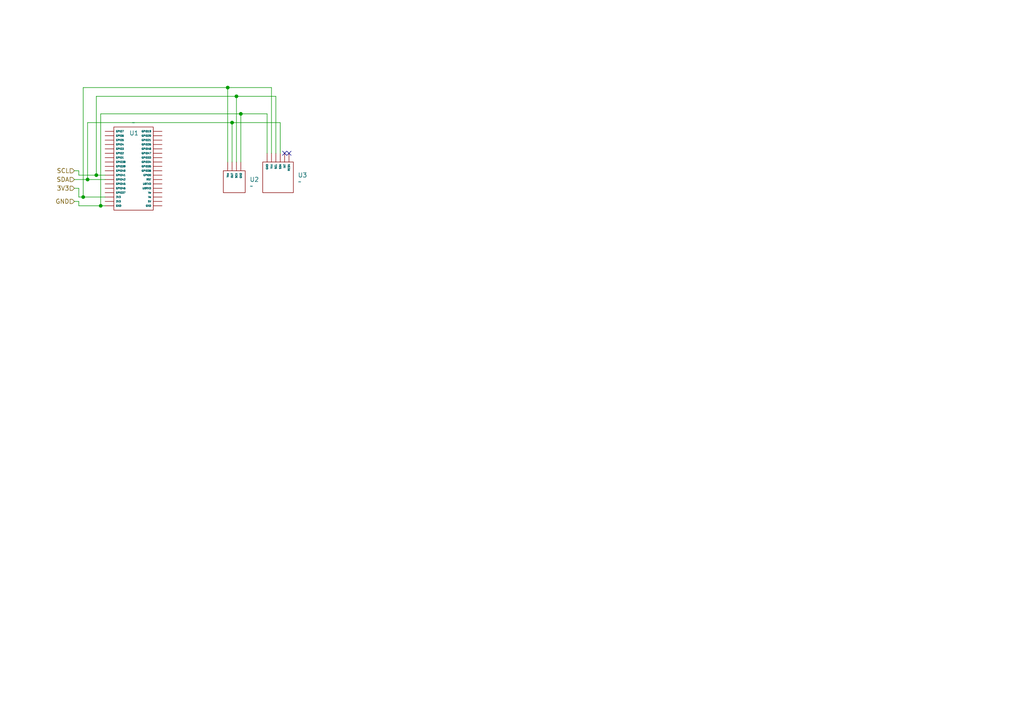
<source format=kicad_sch>
(kicad_sch (version 20250114) (generator "eeschema") (generator_version "9.0")
  (paper "A4")
  (lib_symbols
    (symbol "componentes aguas:74218A"
      (property "Reference" "U" (at -4.572 1.778 0))
      (symbol "74218A_0_1"
        (rectangle (start 0 0) (end -8.89 8.89))
      )
      (symbol "74218A_1_1"
        (pin input line (at -7.62 11.43 270) (length 2.54) (name "GND") (number ""))
        (pin input line (at -6.35 11.43 270) (length 2.54) (name "Vcc") (number ""))
        (pin input line (at -5.08 11.43 270) (length 2.54) (name "SCL") (number ""))
        (pin input line (at -3.81 11.43 270) (length 2.54) (name "SDA") (number ""))
        (pin input line (at -2.54 11.43 270) (length 2.54) (name "INT") (number ""))
        (pin input line (at -1.27 11.43 270) (length 2.54) (name "RESN") (number ""))
      )
    )
    (symbol "componentes aguas:esp32_heltec"
      (property "Reference" "U" (at -11.938 1.27 0))
      (symbol "esp32_heltec_0_1"
        (rectangle (start -16.51 0) (end -5.08 -24.13))
      )
      (symbol "esp32_heltec_1_1"
        (pin input line (at -19.05 -1.27 0) (length 2.54) (name "GPIO7") (number ""))
        (pin input line (at -19.05 -2.54 0) (length 2.54) (name "GPIO6") (number ""))
        (pin input line (at -19.05 -3.81 0) (length 2.54) (name "GPIO5") (number ""))
        (pin input line (at -19.05 -5.08 0) (length 2.54) (name "GPIO4") (number ""))
        (pin input line (at -19.05 -6.35 0) (length 2.54) (name "GPIO3") (number ""))
        (pin input line (at -19.05 -7.62 0) (length 2.54) (name "GPIO2") (number ""))
        (pin input line (at -19.05 -8.89 0) (length 2.54) (name "GPIO1") (number ""))
        (pin input line (at -19.05 -10.16 0) (length 2.54) (name "GPIO38") (number ""))
        (pin input line (at -19.05 -11.43 0) (length 2.54) (name "GPIO39") (number ""))
        (pin input line (at -19.05 -12.7 0) (length 2.54) (name "GPIO40") (number ""))
        (pin input line (at -19.05 -13.97 0) (length 2.54) (name "GPIO41") (number ""))
        (pin input line (at -19.05 -15.24 0) (length 2.54) (name "GPIO42") (number ""))
        (pin input line (at -19.05 -16.51 0) (length 2.54) (name "GPIO45") (number ""))
        (pin input line (at -19.05 -17.78 0) (length 2.54) (name "GPIO46") (number ""))
        (pin input line (at -19.05 -19.05 0) (length 2.54) (name "GPIO37") (number ""))
        (pin input line (at -19.05 -20.32 0) (length 2.54) (name "3V3") (number ""))
        (pin input line (at -19.05 -21.59 0) (length 2.54) (name "3V3") (number ""))
        (pin input line (at -19.05 -22.86 0) (length 2.54) (name "GND") (number ""))
        (pin input line (at -2.54 -1.27 180) (length 2.54) (name "GPIO19") (number ""))
        (pin input line (at -2.54 -2.54 180) (length 2.54) (name "GPIO20") (number ""))
        (pin input line (at -2.54 -3.81 180) (length 2.54) (name "GPIO21") (number ""))
        (pin input line (at -2.54 -5.08 180) (length 2.54) (name "GPIO26") (number ""))
        (pin input line (at -2.54 -6.35 180) (length 2.54) (name "GPIO48") (number ""))
        (pin input line (at -2.54 -7.62 180) (length 2.54) (name "GPIO47") (number ""))
        (pin input line (at -2.54 -8.89 180) (length 2.54) (name "GPIO33") (number ""))
        (pin input line (at -2.54 -10.16 180) (length 2.54) (name "GPIO34") (number ""))
        (pin input line (at -2.54 -11.43 180) (length 2.54) (name "GPIO35") (number ""))
        (pin input line (at -2.54 -12.7 180) (length 2.54) (name "GPIO36") (number ""))
        (pin input line (at -2.54 -13.97 180) (length 2.54) (name "GPIO0") (number ""))
        (pin input line (at -2.54 -15.24 180) (length 2.54) (name "RST") (number ""))
        (pin input line (at -2.54 -16.51 180) (length 2.54) (name "U0TXD") (number ""))
        (pin input line (at -2.54 -17.78 180) (length 2.54) (name "U0RXD") (number ""))
        (pin input line (at -2.54 -19.05 180) (length 2.54) (name "Ve") (number ""))
        (pin input line (at -2.54 -20.32 180) (length 2.54) (name "Ve") (number ""))
        (pin input line (at -2.54 -21.59 180) (length 2.54) (name "5V") (number ""))
        (pin input line (at -2.54 -22.86 180) (length 2.54) (name "GND") (number ""))
      )
    )
    (symbol "componentes aguas:sensor_presion"
      (property "Reference" "U" (at -3.048 4.318 0))
      (symbol "sensor_presion_0_1"
        (rectangle (start -6.35 6.35) (end 0 0))
      )
      (symbol "sensor_presion_1_1"
        (pin input line (at -5.08 -2.54 90) (length 2.54) (name "GND") (number ""))
        (pin input line (at -3.81 -2.54 90) (length 2.54) (name "SCK") (number ""))
        (pin input line (at -2.54 -2.54 90) (length 2.54) (name "OUT") (number ""))
        (pin input line (at -1.27 -2.54 90) (length 2.54) (name "Vcc") (number ""))
      )
    )
  )
  (junction (at 29.21 59.69))
  (junction (at 68.58 27.94))
  (junction (at 25.4 52.07))
  (junction (at 67.31 35.56))
  (junction (at 66.04 25.4))
  (junction (at 24.13 57.15))
  (junction (at 69.85 33.02))
  (junction (at 27.94 50.8))
  (no_connect (at 83.82 44.45))
  (no_connect (at 82.55 44.45))
  (wire (pts (xy 69.85 33.02) (xy 69.85 46.99)))
  (wire (pts (xy 29.21 59.69) (xy 30.48 59.69)))
  (wire (pts (xy 77.47 33.02) (xy 69.85 33.02)))
  (wire (pts (xy 22.86 49.53) (xy 22.86 50.8)))
  (wire (pts (xy 21.59 54.61) (xy 22.86 54.61)))
  (wire (pts (xy 67.31 35.56) (xy 67.31 46.99)))
  (wire (pts (xy 24.13 57.15) (xy 30.48 57.15)))
  (wire (pts (xy 81.28 44.45) (xy 81.28 35.56)))
  (wire (pts (xy 29.21 33.02) (xy 29.21 59.69)))
  (wire (pts (xy 21.59 52.07) (xy 25.4 52.07)))
  (wire (pts (xy 80.01 27.94) (xy 68.58 27.94)))
  (wire (pts (xy 21.59 58.42) (xy 22.86 58.42)))
  (wire (pts (xy 80.01 44.45) (xy 80.01 27.94)))
  (wire (pts (xy 68.58 27.94) (xy 68.58 46.99)))
  (wire (pts (xy 22.86 50.8) (xy 27.94 50.8)))
  (wire (pts (xy 67.31 35.56) (xy 25.4 35.56)))
  (wire (pts (xy 24.13 25.4) (xy 24.13 57.15)))
  (wire (pts (xy 66.04 25.4) (xy 24.13 25.4)))
  (wire (pts (xy 66.04 25.4) (xy 66.04 46.99)))
  (wire (pts (xy 78.74 44.45) (xy 78.74 25.4)))
  (wire (pts (xy 81.28 35.56) (xy 67.31 35.56)))
  (wire (pts (xy 77.47 44.45) (xy 77.47 33.02)))
  (wire (pts (xy 22.86 57.15) (xy 24.13 57.15)))
  (wire (pts (xy 68.58 27.94) (xy 27.94 27.94)))
  (wire (pts (xy 27.94 27.94) (xy 27.94 50.8)))
  (wire (pts (xy 22.86 58.42) (xy 22.86 59.69)))
  (wire (pts (xy 69.85 33.02) (xy 29.21 33.02)))
  (wire (pts (xy 27.94 50.8) (xy 30.48 50.8)))
  (wire (pts (xy 25.4 52.07) (xy 30.48 52.07)))
  (wire (pts (xy 21.59 49.53) (xy 22.86 49.53)))
  (wire (pts (xy 22.86 54.61) (xy 22.86 57.15)))
  (wire (pts (xy 25.4 35.56) (xy 25.4 52.07)))
  (wire (pts (xy 78.74 25.4) (xy 66.04 25.4)))
  (wire (pts (xy 22.86 59.69) (xy 29.21 59.69)))
  (hierarchical_label "3V3" (shape input) (at 21.59 54.61 180))
  (hierarchical_label "SDA" (shape input) (at 21.59 52.07 180))
  (hierarchical_label "SCL" (shape input) (at 21.59 49.53 180))
  (hierarchical_label "GND" (shape input) (at 21.59 58.42 180))
  (symbol (lib_id "componentes aguas:esp32_heltec") (at 49.53 36.83 0) (unit 1)
    (property "Reference" "U1" (at 38.862 38.608 0))
    (property "Value" "~" (at 38.735 35.56 0))
  )
  (symbol (lib_id "componentes aguas:74218A") (at 85.09 55.88 0) (unit 1)
    (property "Reference" "U3" (at 86.36 50.7999 0) (effects (justify left)))
    (property "Value" "~" (at 86.36 52.705 0) (effects (justify left)))
  )
  (symbol (lib_id "componentes aguas:sensor_presion") (at 64.77 49.53 180) (unit 1)
    (property "Reference" "U2" (at 72.39 52.0699 0) (effects (justify right)))
    (property "Value" "~" (at 72.39 53.975 0) (effects (justify right)))
  )
)
</source>
